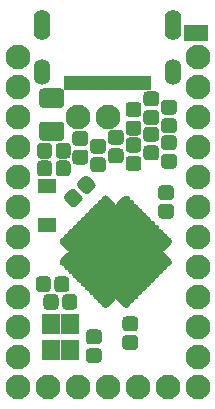
<source format=gts>
G04 #@! TF.GenerationSoftware,KiCad,Pcbnew,(5.1.6)-1*
G04 #@! TF.CreationDate,2020-12-03T15:36:38+08:00*
G04 #@! TF.ProjectId,Alvaro,416c7661-726f-42e6-9b69-6361645f7063,rev?*
G04 #@! TF.SameCoordinates,Original*
G04 #@! TF.FileFunction,Soldermask,Top*
G04 #@! TF.FilePolarity,Negative*
%FSLAX46Y46*%
G04 Gerber Fmt 4.6, Leading zero omitted, Abs format (unit mm)*
G04 Created by KiCad (PCBNEW (5.1.6)-1) date 2020-12-03 15:36:38*
%MOMM*%
%LPD*%
G01*
G04 APERTURE LIST*
%ADD10R,1.100000X1.400000*%
%ADD11R,1.600000X1.800000*%
%ADD12R,0.700000X1.200000*%
%ADD13R,1.000000X1.200000*%
%ADD14O,1.400000X2.200000*%
%ADD15O,1.400000X2.600000*%
%ADD16C,0.100000*%
%ADD17C,2.100000*%
%ADD18R,1.600000X1.300000*%
G04 APERTURE END LIST*
D10*
X37000000Y-25250000D03*
X38000000Y-25250000D03*
D11*
X25250000Y-52149000D03*
X25250000Y-49949000D03*
X26850000Y-49949000D03*
X26850000Y-52149000D03*
D12*
X28250000Y-29500000D03*
X28750000Y-29500000D03*
X31750000Y-29500000D03*
X31250000Y-29500000D03*
X30250000Y-29500000D03*
X29750000Y-29500000D03*
X30750000Y-29500000D03*
X29250000Y-29500000D03*
D13*
X27600000Y-29500000D03*
X32400000Y-29500000D03*
X33200000Y-29500000D03*
X26800000Y-29500000D03*
D14*
X24425000Y-28600000D03*
X35575000Y-28600000D03*
D15*
X24425000Y-24600000D03*
X35575000Y-24600000D03*
D16*
G36*
X26740202Y-43800000D02*
G01*
X30700000Y-39840202D01*
X34659798Y-43800000D01*
X30700000Y-47759798D01*
X26740202Y-43800000D01*
G37*
G36*
G01*
X30770711Y-40193755D02*
X30770711Y-40193755D01*
G75*
G02*
X30770711Y-39698781I247487J247487D01*
G01*
X31336397Y-39133095D01*
G75*
G02*
X31831371Y-39133095I247487J-247487D01*
G01*
X31831371Y-39133095D01*
G75*
G02*
X31831371Y-39628069I-247487J-247487D01*
G01*
X31265685Y-40193755D01*
G75*
G02*
X30770711Y-40193755I-247487J247487D01*
G01*
G37*
G36*
G01*
X31124264Y-40547309D02*
X31124264Y-40547309D01*
G75*
G02*
X31124264Y-40052335I247487J247487D01*
G01*
X31689950Y-39486649D01*
G75*
G02*
X32184924Y-39486649I247487J-247487D01*
G01*
X32184924Y-39486649D01*
G75*
G02*
X32184924Y-39981623I-247487J-247487D01*
G01*
X31619238Y-40547309D01*
G75*
G02*
X31124264Y-40547309I-247487J247487D01*
G01*
G37*
G36*
G01*
X31477818Y-40900862D02*
X31477818Y-40900862D01*
G75*
G02*
X31477818Y-40405888I247487J247487D01*
G01*
X32043504Y-39840202D01*
G75*
G02*
X32538478Y-39840202I247487J-247487D01*
G01*
X32538478Y-39840202D01*
G75*
G02*
X32538478Y-40335176I-247487J-247487D01*
G01*
X31972792Y-40900862D01*
G75*
G02*
X31477818Y-40900862I-247487J247487D01*
G01*
G37*
G36*
G01*
X31831371Y-41254416D02*
X31831371Y-41254416D01*
G75*
G02*
X31831371Y-40759442I247487J247487D01*
G01*
X32397057Y-40193756D01*
G75*
G02*
X32892031Y-40193756I247487J-247487D01*
G01*
X32892031Y-40193756D01*
G75*
G02*
X32892031Y-40688730I-247487J-247487D01*
G01*
X32326345Y-41254416D01*
G75*
G02*
X31831371Y-41254416I-247487J247487D01*
G01*
G37*
G36*
G01*
X32184924Y-41607969D02*
X32184924Y-41607969D01*
G75*
G02*
X32184924Y-41112995I247487J247487D01*
G01*
X32750610Y-40547309D01*
G75*
G02*
X33245584Y-40547309I247487J-247487D01*
G01*
X33245584Y-40547309D01*
G75*
G02*
X33245584Y-41042283I-247487J-247487D01*
G01*
X32679898Y-41607969D01*
G75*
G02*
X32184924Y-41607969I-247487J247487D01*
G01*
G37*
G36*
G01*
X32538478Y-41961522D02*
X32538478Y-41961522D01*
G75*
G02*
X32538478Y-41466548I247487J247487D01*
G01*
X33104164Y-40900862D01*
G75*
G02*
X33599138Y-40900862I247487J-247487D01*
G01*
X33599138Y-40900862D01*
G75*
G02*
X33599138Y-41395836I-247487J-247487D01*
G01*
X33033452Y-41961522D01*
G75*
G02*
X32538478Y-41961522I-247487J247487D01*
G01*
G37*
G36*
G01*
X32892031Y-42315076D02*
X32892031Y-42315076D01*
G75*
G02*
X32892031Y-41820102I247487J247487D01*
G01*
X33457717Y-41254416D01*
G75*
G02*
X33952691Y-41254416I247487J-247487D01*
G01*
X33952691Y-41254416D01*
G75*
G02*
X33952691Y-41749390I-247487J-247487D01*
G01*
X33387005Y-42315076D01*
G75*
G02*
X32892031Y-42315076I-247487J247487D01*
G01*
G37*
G36*
G01*
X33245584Y-42668629D02*
X33245584Y-42668629D01*
G75*
G02*
X33245584Y-42173655I247487J247487D01*
G01*
X33811270Y-41607969D01*
G75*
G02*
X34306244Y-41607969I247487J-247487D01*
G01*
X34306244Y-41607969D01*
G75*
G02*
X34306244Y-42102943I-247487J-247487D01*
G01*
X33740558Y-42668629D01*
G75*
G02*
X33245584Y-42668629I-247487J247487D01*
G01*
G37*
G36*
G01*
X33599138Y-43022182D02*
X33599138Y-43022182D01*
G75*
G02*
X33599138Y-42527208I247487J247487D01*
G01*
X34164824Y-41961522D01*
G75*
G02*
X34659798Y-41961522I247487J-247487D01*
G01*
X34659798Y-41961522D01*
G75*
G02*
X34659798Y-42456496I-247487J-247487D01*
G01*
X34094112Y-43022182D01*
G75*
G02*
X33599138Y-43022182I-247487J247487D01*
G01*
G37*
G36*
G01*
X33952691Y-43375736D02*
X33952691Y-43375736D01*
G75*
G02*
X33952691Y-42880762I247487J247487D01*
G01*
X34518377Y-42315076D01*
G75*
G02*
X35013351Y-42315076I247487J-247487D01*
G01*
X35013351Y-42315076D01*
G75*
G02*
X35013351Y-42810050I-247487J-247487D01*
G01*
X34447665Y-43375736D01*
G75*
G02*
X33952691Y-43375736I-247487J247487D01*
G01*
G37*
G36*
G01*
X34306245Y-43729289D02*
X34306245Y-43729289D01*
G75*
G02*
X34306245Y-43234315I247487J247487D01*
G01*
X34871931Y-42668629D01*
G75*
G02*
X35366905Y-42668629I247487J-247487D01*
G01*
X35366905Y-42668629D01*
G75*
G02*
X35366905Y-43163603I-247487J-247487D01*
G01*
X34801219Y-43729289D01*
G75*
G02*
X34306245Y-43729289I-247487J247487D01*
G01*
G37*
G36*
G01*
X34306245Y-43870711D02*
X34306245Y-43870711D01*
G75*
G02*
X34801219Y-43870711I247487J-247487D01*
G01*
X35366905Y-44436397D01*
G75*
G02*
X35366905Y-44931371I-247487J-247487D01*
G01*
X35366905Y-44931371D01*
G75*
G02*
X34871931Y-44931371I-247487J247487D01*
G01*
X34306245Y-44365685D01*
G75*
G02*
X34306245Y-43870711I247487J247487D01*
G01*
G37*
G36*
G01*
X33952691Y-44224264D02*
X33952691Y-44224264D01*
G75*
G02*
X34447665Y-44224264I247487J-247487D01*
G01*
X35013351Y-44789950D01*
G75*
G02*
X35013351Y-45284924I-247487J-247487D01*
G01*
X35013351Y-45284924D01*
G75*
G02*
X34518377Y-45284924I-247487J247487D01*
G01*
X33952691Y-44719238D01*
G75*
G02*
X33952691Y-44224264I247487J247487D01*
G01*
G37*
G36*
G01*
X33599138Y-44577818D02*
X33599138Y-44577818D01*
G75*
G02*
X34094112Y-44577818I247487J-247487D01*
G01*
X34659798Y-45143504D01*
G75*
G02*
X34659798Y-45638478I-247487J-247487D01*
G01*
X34659798Y-45638478D01*
G75*
G02*
X34164824Y-45638478I-247487J247487D01*
G01*
X33599138Y-45072792D01*
G75*
G02*
X33599138Y-44577818I247487J247487D01*
G01*
G37*
G36*
G01*
X33245584Y-44931371D02*
X33245584Y-44931371D01*
G75*
G02*
X33740558Y-44931371I247487J-247487D01*
G01*
X34306244Y-45497057D01*
G75*
G02*
X34306244Y-45992031I-247487J-247487D01*
G01*
X34306244Y-45992031D01*
G75*
G02*
X33811270Y-45992031I-247487J247487D01*
G01*
X33245584Y-45426345D01*
G75*
G02*
X33245584Y-44931371I247487J247487D01*
G01*
G37*
G36*
G01*
X32892031Y-45284924D02*
X32892031Y-45284924D01*
G75*
G02*
X33387005Y-45284924I247487J-247487D01*
G01*
X33952691Y-45850610D01*
G75*
G02*
X33952691Y-46345584I-247487J-247487D01*
G01*
X33952691Y-46345584D01*
G75*
G02*
X33457717Y-46345584I-247487J247487D01*
G01*
X32892031Y-45779898D01*
G75*
G02*
X32892031Y-45284924I247487J247487D01*
G01*
G37*
G36*
G01*
X32538478Y-45638478D02*
X32538478Y-45638478D01*
G75*
G02*
X33033452Y-45638478I247487J-247487D01*
G01*
X33599138Y-46204164D01*
G75*
G02*
X33599138Y-46699138I-247487J-247487D01*
G01*
X33599138Y-46699138D01*
G75*
G02*
X33104164Y-46699138I-247487J247487D01*
G01*
X32538478Y-46133452D01*
G75*
G02*
X32538478Y-45638478I247487J247487D01*
G01*
G37*
G36*
G01*
X32184924Y-45992031D02*
X32184924Y-45992031D01*
G75*
G02*
X32679898Y-45992031I247487J-247487D01*
G01*
X33245584Y-46557717D01*
G75*
G02*
X33245584Y-47052691I-247487J-247487D01*
G01*
X33245584Y-47052691D01*
G75*
G02*
X32750610Y-47052691I-247487J247487D01*
G01*
X32184924Y-46487005D01*
G75*
G02*
X32184924Y-45992031I247487J247487D01*
G01*
G37*
G36*
G01*
X31831371Y-46345584D02*
X31831371Y-46345584D01*
G75*
G02*
X32326345Y-46345584I247487J-247487D01*
G01*
X32892031Y-46911270D01*
G75*
G02*
X32892031Y-47406244I-247487J-247487D01*
G01*
X32892031Y-47406244D01*
G75*
G02*
X32397057Y-47406244I-247487J247487D01*
G01*
X31831371Y-46840558D01*
G75*
G02*
X31831371Y-46345584I247487J247487D01*
G01*
G37*
G36*
G01*
X31477818Y-46699138D02*
X31477818Y-46699138D01*
G75*
G02*
X31972792Y-46699138I247487J-247487D01*
G01*
X32538478Y-47264824D01*
G75*
G02*
X32538478Y-47759798I-247487J-247487D01*
G01*
X32538478Y-47759798D01*
G75*
G02*
X32043504Y-47759798I-247487J247487D01*
G01*
X31477818Y-47194112D01*
G75*
G02*
X31477818Y-46699138I247487J247487D01*
G01*
G37*
G36*
G01*
X31124264Y-47052691D02*
X31124264Y-47052691D01*
G75*
G02*
X31619238Y-47052691I247487J-247487D01*
G01*
X32184924Y-47618377D01*
G75*
G02*
X32184924Y-48113351I-247487J-247487D01*
G01*
X32184924Y-48113351D01*
G75*
G02*
X31689950Y-48113351I-247487J247487D01*
G01*
X31124264Y-47547665D01*
G75*
G02*
X31124264Y-47052691I247487J247487D01*
G01*
G37*
G36*
G01*
X30770711Y-47406245D02*
X30770711Y-47406245D01*
G75*
G02*
X31265685Y-47406245I247487J-247487D01*
G01*
X31831371Y-47971931D01*
G75*
G02*
X31831371Y-48466905I-247487J-247487D01*
G01*
X31831371Y-48466905D01*
G75*
G02*
X31336397Y-48466905I-247487J247487D01*
G01*
X30770711Y-47901219D01*
G75*
G02*
X30770711Y-47406245I247487J247487D01*
G01*
G37*
G36*
G01*
X29568629Y-48466905D02*
X29568629Y-48466905D01*
G75*
G02*
X29568629Y-47971931I247487J247487D01*
G01*
X30134315Y-47406245D01*
G75*
G02*
X30629289Y-47406245I247487J-247487D01*
G01*
X30629289Y-47406245D01*
G75*
G02*
X30629289Y-47901219I-247487J-247487D01*
G01*
X30063603Y-48466905D01*
G75*
G02*
X29568629Y-48466905I-247487J247487D01*
G01*
G37*
G36*
G01*
X29215076Y-48113351D02*
X29215076Y-48113351D01*
G75*
G02*
X29215076Y-47618377I247487J247487D01*
G01*
X29780762Y-47052691D01*
G75*
G02*
X30275736Y-47052691I247487J-247487D01*
G01*
X30275736Y-47052691D01*
G75*
G02*
X30275736Y-47547665I-247487J-247487D01*
G01*
X29710050Y-48113351D01*
G75*
G02*
X29215076Y-48113351I-247487J247487D01*
G01*
G37*
G36*
G01*
X28861522Y-47759798D02*
X28861522Y-47759798D01*
G75*
G02*
X28861522Y-47264824I247487J247487D01*
G01*
X29427208Y-46699138D01*
G75*
G02*
X29922182Y-46699138I247487J-247487D01*
G01*
X29922182Y-46699138D01*
G75*
G02*
X29922182Y-47194112I-247487J-247487D01*
G01*
X29356496Y-47759798D01*
G75*
G02*
X28861522Y-47759798I-247487J247487D01*
G01*
G37*
G36*
G01*
X28507969Y-47406244D02*
X28507969Y-47406244D01*
G75*
G02*
X28507969Y-46911270I247487J247487D01*
G01*
X29073655Y-46345584D01*
G75*
G02*
X29568629Y-46345584I247487J-247487D01*
G01*
X29568629Y-46345584D01*
G75*
G02*
X29568629Y-46840558I-247487J-247487D01*
G01*
X29002943Y-47406244D01*
G75*
G02*
X28507969Y-47406244I-247487J247487D01*
G01*
G37*
G36*
G01*
X28154416Y-47052691D02*
X28154416Y-47052691D01*
G75*
G02*
X28154416Y-46557717I247487J247487D01*
G01*
X28720102Y-45992031D01*
G75*
G02*
X29215076Y-45992031I247487J-247487D01*
G01*
X29215076Y-45992031D01*
G75*
G02*
X29215076Y-46487005I-247487J-247487D01*
G01*
X28649390Y-47052691D01*
G75*
G02*
X28154416Y-47052691I-247487J247487D01*
G01*
G37*
G36*
G01*
X27800862Y-46699138D02*
X27800862Y-46699138D01*
G75*
G02*
X27800862Y-46204164I247487J247487D01*
G01*
X28366548Y-45638478D01*
G75*
G02*
X28861522Y-45638478I247487J-247487D01*
G01*
X28861522Y-45638478D01*
G75*
G02*
X28861522Y-46133452I-247487J-247487D01*
G01*
X28295836Y-46699138D01*
G75*
G02*
X27800862Y-46699138I-247487J247487D01*
G01*
G37*
G36*
G01*
X27447309Y-46345584D02*
X27447309Y-46345584D01*
G75*
G02*
X27447309Y-45850610I247487J247487D01*
G01*
X28012995Y-45284924D01*
G75*
G02*
X28507969Y-45284924I247487J-247487D01*
G01*
X28507969Y-45284924D01*
G75*
G02*
X28507969Y-45779898I-247487J-247487D01*
G01*
X27942283Y-46345584D01*
G75*
G02*
X27447309Y-46345584I-247487J247487D01*
G01*
G37*
G36*
G01*
X27093756Y-45992031D02*
X27093756Y-45992031D01*
G75*
G02*
X27093756Y-45497057I247487J247487D01*
G01*
X27659442Y-44931371D01*
G75*
G02*
X28154416Y-44931371I247487J-247487D01*
G01*
X28154416Y-44931371D01*
G75*
G02*
X28154416Y-45426345I-247487J-247487D01*
G01*
X27588730Y-45992031D01*
G75*
G02*
X27093756Y-45992031I-247487J247487D01*
G01*
G37*
G36*
G01*
X26740202Y-45638478D02*
X26740202Y-45638478D01*
G75*
G02*
X26740202Y-45143504I247487J247487D01*
G01*
X27305888Y-44577818D01*
G75*
G02*
X27800862Y-44577818I247487J-247487D01*
G01*
X27800862Y-44577818D01*
G75*
G02*
X27800862Y-45072792I-247487J-247487D01*
G01*
X27235176Y-45638478D01*
G75*
G02*
X26740202Y-45638478I-247487J247487D01*
G01*
G37*
G36*
G01*
X26386649Y-45284924D02*
X26386649Y-45284924D01*
G75*
G02*
X26386649Y-44789950I247487J247487D01*
G01*
X26952335Y-44224264D01*
G75*
G02*
X27447309Y-44224264I247487J-247487D01*
G01*
X27447309Y-44224264D01*
G75*
G02*
X27447309Y-44719238I-247487J-247487D01*
G01*
X26881623Y-45284924D01*
G75*
G02*
X26386649Y-45284924I-247487J247487D01*
G01*
G37*
G36*
G01*
X26033095Y-44931371D02*
X26033095Y-44931371D01*
G75*
G02*
X26033095Y-44436397I247487J247487D01*
G01*
X26598781Y-43870711D01*
G75*
G02*
X27093755Y-43870711I247487J-247487D01*
G01*
X27093755Y-43870711D01*
G75*
G02*
X27093755Y-44365685I-247487J-247487D01*
G01*
X26528069Y-44931371D01*
G75*
G02*
X26033095Y-44931371I-247487J247487D01*
G01*
G37*
G36*
G01*
X26033095Y-42668629D02*
X26033095Y-42668629D01*
G75*
G02*
X26528069Y-42668629I247487J-247487D01*
G01*
X27093755Y-43234315D01*
G75*
G02*
X27093755Y-43729289I-247487J-247487D01*
G01*
X27093755Y-43729289D01*
G75*
G02*
X26598781Y-43729289I-247487J247487D01*
G01*
X26033095Y-43163603D01*
G75*
G02*
X26033095Y-42668629I247487J247487D01*
G01*
G37*
G36*
G01*
X26386649Y-42315076D02*
X26386649Y-42315076D01*
G75*
G02*
X26881623Y-42315076I247487J-247487D01*
G01*
X27447309Y-42880762D01*
G75*
G02*
X27447309Y-43375736I-247487J-247487D01*
G01*
X27447309Y-43375736D01*
G75*
G02*
X26952335Y-43375736I-247487J247487D01*
G01*
X26386649Y-42810050D01*
G75*
G02*
X26386649Y-42315076I247487J247487D01*
G01*
G37*
G36*
G01*
X26740202Y-41961522D02*
X26740202Y-41961522D01*
G75*
G02*
X27235176Y-41961522I247487J-247487D01*
G01*
X27800862Y-42527208D01*
G75*
G02*
X27800862Y-43022182I-247487J-247487D01*
G01*
X27800862Y-43022182D01*
G75*
G02*
X27305888Y-43022182I-247487J247487D01*
G01*
X26740202Y-42456496D01*
G75*
G02*
X26740202Y-41961522I247487J247487D01*
G01*
G37*
G36*
G01*
X27093756Y-41607969D02*
X27093756Y-41607969D01*
G75*
G02*
X27588730Y-41607969I247487J-247487D01*
G01*
X28154416Y-42173655D01*
G75*
G02*
X28154416Y-42668629I-247487J-247487D01*
G01*
X28154416Y-42668629D01*
G75*
G02*
X27659442Y-42668629I-247487J247487D01*
G01*
X27093756Y-42102943D01*
G75*
G02*
X27093756Y-41607969I247487J247487D01*
G01*
G37*
G36*
G01*
X27447309Y-41254416D02*
X27447309Y-41254416D01*
G75*
G02*
X27942283Y-41254416I247487J-247487D01*
G01*
X28507969Y-41820102D01*
G75*
G02*
X28507969Y-42315076I-247487J-247487D01*
G01*
X28507969Y-42315076D01*
G75*
G02*
X28012995Y-42315076I-247487J247487D01*
G01*
X27447309Y-41749390D01*
G75*
G02*
X27447309Y-41254416I247487J247487D01*
G01*
G37*
G36*
G01*
X27800862Y-40900862D02*
X27800862Y-40900862D01*
G75*
G02*
X28295836Y-40900862I247487J-247487D01*
G01*
X28861522Y-41466548D01*
G75*
G02*
X28861522Y-41961522I-247487J-247487D01*
G01*
X28861522Y-41961522D01*
G75*
G02*
X28366548Y-41961522I-247487J247487D01*
G01*
X27800862Y-41395836D01*
G75*
G02*
X27800862Y-40900862I247487J247487D01*
G01*
G37*
G36*
G01*
X28154416Y-40547309D02*
X28154416Y-40547309D01*
G75*
G02*
X28649390Y-40547309I247487J-247487D01*
G01*
X29215076Y-41112995D01*
G75*
G02*
X29215076Y-41607969I-247487J-247487D01*
G01*
X29215076Y-41607969D01*
G75*
G02*
X28720102Y-41607969I-247487J247487D01*
G01*
X28154416Y-41042283D01*
G75*
G02*
X28154416Y-40547309I247487J247487D01*
G01*
G37*
G36*
G01*
X28507969Y-40193756D02*
X28507969Y-40193756D01*
G75*
G02*
X29002943Y-40193756I247487J-247487D01*
G01*
X29568629Y-40759442D01*
G75*
G02*
X29568629Y-41254416I-247487J-247487D01*
G01*
X29568629Y-41254416D01*
G75*
G02*
X29073655Y-41254416I-247487J247487D01*
G01*
X28507969Y-40688730D01*
G75*
G02*
X28507969Y-40193756I247487J247487D01*
G01*
G37*
G36*
G01*
X28861522Y-39840202D02*
X28861522Y-39840202D01*
G75*
G02*
X29356496Y-39840202I247487J-247487D01*
G01*
X29922182Y-40405888D01*
G75*
G02*
X29922182Y-40900862I-247487J-247487D01*
G01*
X29922182Y-40900862D01*
G75*
G02*
X29427208Y-40900862I-247487J247487D01*
G01*
X28861522Y-40335176D01*
G75*
G02*
X28861522Y-39840202I247487J247487D01*
G01*
G37*
G36*
G01*
X29215076Y-39486649D02*
X29215076Y-39486649D01*
G75*
G02*
X29710050Y-39486649I247487J-247487D01*
G01*
X30275736Y-40052335D01*
G75*
G02*
X30275736Y-40547309I-247487J-247487D01*
G01*
X30275736Y-40547309D01*
G75*
G02*
X29780762Y-40547309I-247487J247487D01*
G01*
X29215076Y-39981623D01*
G75*
G02*
X29215076Y-39486649I247487J247487D01*
G01*
G37*
G36*
G01*
X29568629Y-39133095D02*
X29568629Y-39133095D01*
G75*
G02*
X30063603Y-39133095I247487J-247487D01*
G01*
X30629289Y-39698781D01*
G75*
G02*
X30629289Y-40193755I-247487J-247487D01*
G01*
X30629289Y-40193755D01*
G75*
G02*
X30134315Y-40193755I-247487J247487D01*
G01*
X29568629Y-39628069D01*
G75*
G02*
X29568629Y-39133095I247487J247487D01*
G01*
G37*
D17*
X30700000Y-43800000D03*
G36*
G01*
X28843750Y-35800000D02*
X29556250Y-35800000D01*
G75*
G02*
X29875000Y-36118750I0J-318750D01*
G01*
X29875000Y-36756250D01*
G75*
G02*
X29556250Y-37075000I-318750J0D01*
G01*
X28843750Y-37075000D01*
G75*
G02*
X28525000Y-36756250I0J318750D01*
G01*
X28525000Y-36118750D01*
G75*
G02*
X28843750Y-35800000I318750J0D01*
G01*
G37*
G36*
G01*
X28843750Y-34225000D02*
X29556250Y-34225000D01*
G75*
G02*
X29875000Y-34543750I0J-318750D01*
G01*
X29875000Y-35181250D01*
G75*
G02*
X29556250Y-35500000I-318750J0D01*
G01*
X28843750Y-35500000D01*
G75*
G02*
X28525000Y-35181250I0J318750D01*
G01*
X28525000Y-34543750D01*
G75*
G02*
X28843750Y-34225000I318750J0D01*
G01*
G37*
G36*
G01*
X26875000Y-36393750D02*
X26875000Y-37106250D01*
G75*
G02*
X26556250Y-37425000I-318750J0D01*
G01*
X25918750Y-37425000D01*
G75*
G02*
X25600000Y-37106250I0J318750D01*
G01*
X25600000Y-36393750D01*
G75*
G02*
X25918750Y-36075000I318750J0D01*
G01*
X26556250Y-36075000D01*
G75*
G02*
X26875000Y-36393750I0J-318750D01*
G01*
G37*
G36*
G01*
X25300000Y-36393750D02*
X25300000Y-37106250D01*
G75*
G02*
X24981250Y-37425000I-318750J0D01*
G01*
X24343750Y-37425000D01*
G75*
G02*
X24025000Y-37106250I0J318750D01*
G01*
X24025000Y-36393750D01*
G75*
G02*
X24343750Y-36075000I318750J0D01*
G01*
X24981250Y-36075000D01*
G75*
G02*
X25300000Y-36393750I0J-318750D01*
G01*
G37*
G36*
G01*
X35556250Y-35200000D02*
X34843750Y-35200000D01*
G75*
G02*
X34525000Y-34881250I0J318750D01*
G01*
X34525000Y-34243750D01*
G75*
G02*
X34843750Y-33925000I318750J0D01*
G01*
X35556250Y-33925000D01*
G75*
G02*
X35875000Y-34243750I0J-318750D01*
G01*
X35875000Y-34881250D01*
G75*
G02*
X35556250Y-35200000I-318750J0D01*
G01*
G37*
G36*
G01*
X35556250Y-36775000D02*
X34843750Y-36775000D01*
G75*
G02*
X34525000Y-36456250I0J318750D01*
G01*
X34525000Y-35818750D01*
G75*
G02*
X34843750Y-35500000I318750J0D01*
G01*
X35556250Y-35500000D01*
G75*
G02*
X35875000Y-35818750I0J-318750D01*
G01*
X35875000Y-36456250D01*
G75*
G02*
X35556250Y-36775000I-318750J0D01*
G01*
G37*
G36*
G01*
X26015000Y-31625000D02*
X24525000Y-31625000D01*
G75*
G02*
X24195000Y-31295000I0J330000D01*
G01*
X24195000Y-30305000D01*
G75*
G02*
X24525000Y-29975000I330000J0D01*
G01*
X26015000Y-29975000D01*
G75*
G02*
X26345000Y-30305000I0J-330000D01*
G01*
X26345000Y-31295000D01*
G75*
G02*
X26015000Y-31625000I-330000J0D01*
G01*
G37*
G36*
G01*
X26015000Y-34425000D02*
X24525000Y-34425000D01*
G75*
G02*
X24195000Y-34095000I0J330000D01*
G01*
X24195000Y-33105000D01*
G75*
G02*
X24525000Y-32775000I330000J0D01*
G01*
X26015000Y-32775000D01*
G75*
G02*
X26345000Y-33105000I0J-330000D01*
G01*
X26345000Y-34095000D01*
G75*
G02*
X26015000Y-34425000I-330000J0D01*
G01*
G37*
D18*
X24900000Y-38200000D03*
X24900000Y-41500000D03*
D17*
X24920000Y-55240000D03*
X27460000Y-55240000D03*
X30000000Y-55240000D03*
X32540000Y-55240000D03*
X35080000Y-55240000D03*
X22380000Y-27300000D03*
X22380000Y-29840000D03*
X22380000Y-32380000D03*
X22380000Y-34920000D03*
X22380000Y-37460000D03*
X22380000Y-40000000D03*
X22380000Y-42540000D03*
X22380000Y-45080000D03*
X22380000Y-47620000D03*
X22380000Y-50160000D03*
X22380000Y-52700000D03*
X22380000Y-55240000D03*
X37620000Y-55240000D03*
X37620000Y-52700000D03*
X37620000Y-50160000D03*
X37620000Y-47620000D03*
X37620000Y-45080000D03*
X37620000Y-42540000D03*
X37620000Y-40000000D03*
X37620000Y-37460000D03*
X37620000Y-34920000D03*
X37620000Y-32380000D03*
X37620000Y-29840000D03*
X37620000Y-27300000D03*
X30000000Y-32380000D03*
X27460000Y-32380000D03*
G36*
G01*
X28056250Y-36425000D02*
X27343750Y-36425000D01*
G75*
G02*
X27025000Y-36106250I0J318750D01*
G01*
X27025000Y-35468750D01*
G75*
G02*
X27343750Y-35150000I318750J0D01*
G01*
X28056250Y-35150000D01*
G75*
G02*
X28375000Y-35468750I0J-318750D01*
G01*
X28375000Y-36106250D01*
G75*
G02*
X28056250Y-36425000I-318750J0D01*
G01*
G37*
G36*
G01*
X28056250Y-34850000D02*
X27343750Y-34850000D01*
G75*
G02*
X27025000Y-34531250I0J318750D01*
G01*
X27025000Y-33893750D01*
G75*
G02*
X27343750Y-33575000I318750J0D01*
G01*
X28056250Y-33575000D01*
G75*
G02*
X28375000Y-33893750I0J-318750D01*
G01*
X28375000Y-34531250D01*
G75*
G02*
X28056250Y-34850000I-318750J0D01*
G01*
G37*
G36*
G01*
X32556250Y-35400000D02*
X31843750Y-35400000D01*
G75*
G02*
X31525000Y-35081250I0J318750D01*
G01*
X31525000Y-34443750D01*
G75*
G02*
X31843750Y-34125000I318750J0D01*
G01*
X32556250Y-34125000D01*
G75*
G02*
X32875000Y-34443750I0J-318750D01*
G01*
X32875000Y-35081250D01*
G75*
G02*
X32556250Y-35400000I-318750J0D01*
G01*
G37*
G36*
G01*
X32556250Y-36975000D02*
X31843750Y-36975000D01*
G75*
G02*
X31525000Y-36656250I0J318750D01*
G01*
X31525000Y-36018750D01*
G75*
G02*
X31843750Y-35700000I318750J0D01*
G01*
X32556250Y-35700000D01*
G75*
G02*
X32875000Y-36018750I0J-318750D01*
G01*
X32875000Y-36656250D01*
G75*
G02*
X32556250Y-36975000I-318750J0D01*
G01*
G37*
G36*
G01*
X31056250Y-34750000D02*
X30343750Y-34750000D01*
G75*
G02*
X30025000Y-34431250I0J318750D01*
G01*
X30025000Y-33793750D01*
G75*
G02*
X30343750Y-33475000I318750J0D01*
G01*
X31056250Y-33475000D01*
G75*
G02*
X31375000Y-33793750I0J-318750D01*
G01*
X31375000Y-34431250D01*
G75*
G02*
X31056250Y-34750000I-318750J0D01*
G01*
G37*
G36*
G01*
X31056250Y-36325000D02*
X30343750Y-36325000D01*
G75*
G02*
X30025000Y-36006250I0J318750D01*
G01*
X30025000Y-35368750D01*
G75*
G02*
X30343750Y-35050000I318750J0D01*
G01*
X31056250Y-35050000D01*
G75*
G02*
X31375000Y-35368750I0J-318750D01*
G01*
X31375000Y-36006250D01*
G75*
G02*
X31056250Y-36325000I-318750J0D01*
G01*
G37*
G36*
G01*
X34843750Y-30925000D02*
X35556250Y-30925000D01*
G75*
G02*
X35875000Y-31243750I0J-318750D01*
G01*
X35875000Y-31881250D01*
G75*
G02*
X35556250Y-32200000I-318750J0D01*
G01*
X34843750Y-32200000D01*
G75*
G02*
X34525000Y-31881250I0J318750D01*
G01*
X34525000Y-31243750D01*
G75*
G02*
X34843750Y-30925000I318750J0D01*
G01*
G37*
G36*
G01*
X34843750Y-32500000D02*
X35556250Y-32500000D01*
G75*
G02*
X35875000Y-32818750I0J-318750D01*
G01*
X35875000Y-33456250D01*
G75*
G02*
X35556250Y-33775000I-318750J0D01*
G01*
X34843750Y-33775000D01*
G75*
G02*
X34525000Y-33456250I0J318750D01*
G01*
X34525000Y-32818750D01*
G75*
G02*
X34843750Y-32500000I318750J0D01*
G01*
G37*
G36*
G01*
X34056250Y-31500000D02*
X33343750Y-31500000D01*
G75*
G02*
X33025000Y-31181250I0J318750D01*
G01*
X33025000Y-30543750D01*
G75*
G02*
X33343750Y-30225000I318750J0D01*
G01*
X34056250Y-30225000D01*
G75*
G02*
X34375000Y-30543750I0J-318750D01*
G01*
X34375000Y-31181250D01*
G75*
G02*
X34056250Y-31500000I-318750J0D01*
G01*
G37*
G36*
G01*
X34056250Y-33075000D02*
X33343750Y-33075000D01*
G75*
G02*
X33025000Y-32756250I0J318750D01*
G01*
X33025000Y-32118750D01*
G75*
G02*
X33343750Y-31800000I318750J0D01*
G01*
X34056250Y-31800000D01*
G75*
G02*
X34375000Y-32118750I0J-318750D01*
G01*
X34375000Y-32756250D01*
G75*
G02*
X34056250Y-33075000I-318750J0D01*
G01*
G37*
G36*
G01*
X32556250Y-32400000D02*
X31843750Y-32400000D01*
G75*
G02*
X31525000Y-32081250I0J318750D01*
G01*
X31525000Y-31443750D01*
G75*
G02*
X31843750Y-31125000I318750J0D01*
G01*
X32556250Y-31125000D01*
G75*
G02*
X32875000Y-31443750I0J-318750D01*
G01*
X32875000Y-32081250D01*
G75*
G02*
X32556250Y-32400000I-318750J0D01*
G01*
G37*
G36*
G01*
X32556250Y-33975000D02*
X31843750Y-33975000D01*
G75*
G02*
X31525000Y-33656250I0J318750D01*
G01*
X31525000Y-33018750D01*
G75*
G02*
X31843750Y-32700000I318750J0D01*
G01*
X32556250Y-32700000D01*
G75*
G02*
X32875000Y-33018750I0J-318750D01*
G01*
X32875000Y-33656250D01*
G75*
G02*
X32556250Y-33975000I-318750J0D01*
G01*
G37*
G36*
G01*
X28007973Y-38845840D02*
X27504160Y-38342026D01*
G75*
G02*
X27504160Y-37891246I225390J225390D01*
G01*
X27954940Y-37440466D01*
G75*
G02*
X28405720Y-37440466I225390J-225390D01*
G01*
X28909534Y-37944280D01*
G75*
G02*
X28909534Y-38395060I-225390J-225390D01*
G01*
X28458754Y-38845840D01*
G75*
G02*
X28007974Y-38845840I-225390J225390D01*
G01*
G37*
G36*
G01*
X26894279Y-39959534D02*
X26390466Y-39455720D01*
G75*
G02*
X26390466Y-39004940I225390J225390D01*
G01*
X26841246Y-38554160D01*
G75*
G02*
X27292026Y-38554160I225390J-225390D01*
G01*
X27795840Y-39057974D01*
G75*
G02*
X27795840Y-39508754I-225390J-225390D01*
G01*
X27345060Y-39959534D01*
G75*
G02*
X26894280Y-39959534I-225390J225390D01*
G01*
G37*
G36*
G01*
X26150000Y-48406250D02*
X26150000Y-47693750D01*
G75*
G02*
X26468750Y-47375000I318750J0D01*
G01*
X27106250Y-47375000D01*
G75*
G02*
X27425000Y-47693750I0J-318750D01*
G01*
X27425000Y-48406250D01*
G75*
G02*
X27106250Y-48725000I-318750J0D01*
G01*
X26468750Y-48725000D01*
G75*
G02*
X26150000Y-48406250I0J318750D01*
G01*
G37*
G36*
G01*
X24575000Y-48406250D02*
X24575000Y-47693750D01*
G75*
G02*
X24893750Y-47375000I318750J0D01*
G01*
X25531250Y-47375000D01*
G75*
G02*
X25850000Y-47693750I0J-318750D01*
G01*
X25850000Y-48406250D01*
G75*
G02*
X25531250Y-48725000I-318750J0D01*
G01*
X24893750Y-48725000D01*
G75*
G02*
X24575000Y-48406250I0J318750D01*
G01*
G37*
G36*
G01*
X29206250Y-53225000D02*
X28493750Y-53225000D01*
G75*
G02*
X28175000Y-52906250I0J318750D01*
G01*
X28175000Y-52268750D01*
G75*
G02*
X28493750Y-51950000I318750J0D01*
G01*
X29206250Y-51950000D01*
G75*
G02*
X29525000Y-52268750I0J-318750D01*
G01*
X29525000Y-52906250D01*
G75*
G02*
X29206250Y-53225000I-318750J0D01*
G01*
G37*
G36*
G01*
X29206250Y-51650000D02*
X28493750Y-51650000D01*
G75*
G02*
X28175000Y-51331250I0J318750D01*
G01*
X28175000Y-50693750D01*
G75*
G02*
X28493750Y-50375000I318750J0D01*
G01*
X29206250Y-50375000D01*
G75*
G02*
X29525000Y-50693750I0J-318750D01*
G01*
X29525000Y-51331250D01*
G75*
G02*
X29206250Y-51650000I-318750J0D01*
G01*
G37*
G36*
G01*
X25300000Y-34893750D02*
X25300000Y-35606250D01*
G75*
G02*
X24981250Y-35925000I-318750J0D01*
G01*
X24343750Y-35925000D01*
G75*
G02*
X24025000Y-35606250I0J318750D01*
G01*
X24025000Y-34893750D01*
G75*
G02*
X24343750Y-34575000I318750J0D01*
G01*
X24981250Y-34575000D01*
G75*
G02*
X25300000Y-34893750I0J-318750D01*
G01*
G37*
G36*
G01*
X26875000Y-34893750D02*
X26875000Y-35606250D01*
G75*
G02*
X26556250Y-35925000I-318750J0D01*
G01*
X25918750Y-35925000D01*
G75*
G02*
X25600000Y-35606250I0J318750D01*
G01*
X25600000Y-34893750D01*
G75*
G02*
X25918750Y-34575000I318750J0D01*
G01*
X26556250Y-34575000D01*
G75*
G02*
X26875000Y-34893750I0J-318750D01*
G01*
G37*
G36*
G01*
X34056250Y-34500000D02*
X33343750Y-34500000D01*
G75*
G02*
X33025000Y-34181250I0J318750D01*
G01*
X33025000Y-33543750D01*
G75*
G02*
X33343750Y-33225000I318750J0D01*
G01*
X34056250Y-33225000D01*
G75*
G02*
X34375000Y-33543750I0J-318750D01*
G01*
X34375000Y-34181250D01*
G75*
G02*
X34056250Y-34500000I-318750J0D01*
G01*
G37*
G36*
G01*
X34056250Y-36075000D02*
X33343750Y-36075000D01*
G75*
G02*
X33025000Y-35756250I0J318750D01*
G01*
X33025000Y-35118750D01*
G75*
G02*
X33343750Y-34800000I318750J0D01*
G01*
X34056250Y-34800000D01*
G75*
G02*
X34375000Y-35118750I0J-318750D01*
G01*
X34375000Y-35756250D01*
G75*
G02*
X34056250Y-36075000I-318750J0D01*
G01*
G37*
G36*
G01*
X34593750Y-38162500D02*
X35306250Y-38162500D01*
G75*
G02*
X35625000Y-38481250I0J-318750D01*
G01*
X35625000Y-39118750D01*
G75*
G02*
X35306250Y-39437500I-318750J0D01*
G01*
X34593750Y-39437500D01*
G75*
G02*
X34275000Y-39118750I0J318750D01*
G01*
X34275000Y-38481250D01*
G75*
G02*
X34593750Y-38162500I318750J0D01*
G01*
G37*
G36*
G01*
X34593750Y-39737500D02*
X35306250Y-39737500D01*
G75*
G02*
X35625000Y-40056250I0J-318750D01*
G01*
X35625000Y-40693750D01*
G75*
G02*
X35306250Y-41012500I-318750J0D01*
G01*
X34593750Y-41012500D01*
G75*
G02*
X34275000Y-40693750I0J318750D01*
G01*
X34275000Y-40056250D01*
G75*
G02*
X34593750Y-39737500I318750J0D01*
G01*
G37*
G36*
G01*
X31568750Y-49275000D02*
X32281250Y-49275000D01*
G75*
G02*
X32600000Y-49593750I0J-318750D01*
G01*
X32600000Y-50231250D01*
G75*
G02*
X32281250Y-50550000I-318750J0D01*
G01*
X31568750Y-50550000D01*
G75*
G02*
X31250000Y-50231250I0J318750D01*
G01*
X31250000Y-49593750D01*
G75*
G02*
X31568750Y-49275000I318750J0D01*
G01*
G37*
G36*
G01*
X31568750Y-50850000D02*
X32281250Y-50850000D01*
G75*
G02*
X32600000Y-51168750I0J-318750D01*
G01*
X32600000Y-51806250D01*
G75*
G02*
X32281250Y-52125000I-318750J0D01*
G01*
X31568750Y-52125000D01*
G75*
G02*
X31250000Y-51806250I0J318750D01*
G01*
X31250000Y-51168750D01*
G75*
G02*
X31568750Y-50850000I318750J0D01*
G01*
G37*
G36*
G01*
X26775000Y-46193750D02*
X26775000Y-46906250D01*
G75*
G02*
X26456250Y-47225000I-318750J0D01*
G01*
X25818750Y-47225000D01*
G75*
G02*
X25500000Y-46906250I0J318750D01*
G01*
X25500000Y-46193750D01*
G75*
G02*
X25818750Y-45875000I318750J0D01*
G01*
X26456250Y-45875000D01*
G75*
G02*
X26775000Y-46193750I0J-318750D01*
G01*
G37*
G36*
G01*
X25200000Y-46193750D02*
X25200000Y-46906250D01*
G75*
G02*
X24881250Y-47225000I-318750J0D01*
G01*
X24243750Y-47225000D01*
G75*
G02*
X23925000Y-46906250I0J318750D01*
G01*
X23925000Y-46193750D01*
G75*
G02*
X24243750Y-45875000I318750J0D01*
G01*
X24881250Y-45875000D01*
G75*
G02*
X25200000Y-46193750I0J-318750D01*
G01*
G37*
M02*

</source>
